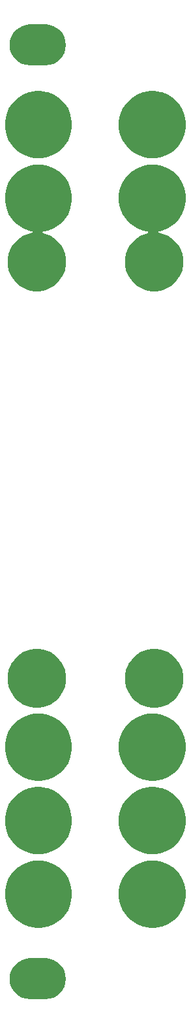
<source format=gbr>
G04 #@! TF.GenerationSoftware,KiCad,Pcbnew,(5.1.5)-2*
G04 #@! TF.CreationDate,2020-03-02T00:09:00+01:00*
G04 #@! TF.ProjectId,Skis - panel,536b6973-202d-4207-9061-6e656c2e6b69,rev?*
G04 #@! TF.SameCoordinates,Original*
G04 #@! TF.FileFunction,Soldermask,Bot*
G04 #@! TF.FilePolarity,Negative*
%FSLAX46Y46*%
G04 Gerber Fmt 4.6, Leading zero omitted, Abs format (unit mm)*
G04 Created by KiCad (PCBNEW (5.1.5)-2) date 2020-03-02 00:09:00*
%MOMM*%
%LPD*%
G04 APERTURE LIST*
%ADD10C,0.100000*%
G04 APERTURE END LIST*
D10*
G36*
X34028584Y-141927937D02*
G01*
X34525894Y-142078794D01*
X34984217Y-142323773D01*
X35385940Y-142653459D01*
X35715626Y-143055182D01*
X35960605Y-143513505D01*
X36111462Y-144010815D01*
X36162400Y-144527999D01*
X36162400Y-144528001D01*
X36111462Y-145045185D01*
X35960605Y-145542495D01*
X35715626Y-146000818D01*
X35385940Y-146402541D01*
X34984217Y-146732227D01*
X34525894Y-146977206D01*
X34028584Y-147128063D01*
X33511400Y-147179001D01*
X31511400Y-147179001D01*
X30994216Y-147128063D01*
X30496906Y-146977206D01*
X30038583Y-146732227D01*
X29636860Y-146402541D01*
X29307174Y-146000818D01*
X29062195Y-145542495D01*
X28911338Y-145045185D01*
X28860400Y-144528001D01*
X28860400Y-144527999D01*
X28911338Y-144010815D01*
X29062195Y-143513505D01*
X29307174Y-143055182D01*
X29636860Y-142653459D01*
X30038583Y-142323773D01*
X30496906Y-142078794D01*
X30994216Y-141927937D01*
X31511400Y-141876999D01*
X33511400Y-141876999D01*
X34028584Y-141927937D01*
G37*
G36*
X47963656Y-129230794D02*
G01*
X48684640Y-129374206D01*
X49476472Y-129702193D01*
X50189101Y-130178357D01*
X50795143Y-130784399D01*
X51271307Y-131497028D01*
X51599294Y-132288860D01*
X51766500Y-133129464D01*
X51766500Y-133986536D01*
X51599294Y-134827140D01*
X51271307Y-135618972D01*
X50795143Y-136331601D01*
X50189101Y-136937643D01*
X49476472Y-137413807D01*
X48684640Y-137741794D01*
X47963656Y-137885206D01*
X47844037Y-137909000D01*
X46986963Y-137909000D01*
X46867344Y-137885206D01*
X46146360Y-137741794D01*
X45354528Y-137413807D01*
X44641899Y-136937643D01*
X44035857Y-136331601D01*
X43559693Y-135618972D01*
X43231706Y-134827140D01*
X43064500Y-133986536D01*
X43064500Y-133129464D01*
X43231706Y-132288860D01*
X43559693Y-131497028D01*
X44035857Y-130784399D01*
X44641899Y-130178357D01*
X45354528Y-129702193D01*
X46146360Y-129374206D01*
X46867344Y-129230794D01*
X46986963Y-129207000D01*
X47844037Y-129207000D01*
X47963656Y-129230794D01*
G37*
G36*
X33155455Y-129230794D02*
G01*
X33876439Y-129374206D01*
X34668271Y-129702193D01*
X35380900Y-130178357D01*
X35986942Y-130784399D01*
X36463106Y-131497028D01*
X36791093Y-132288860D01*
X36958299Y-133129464D01*
X36958299Y-133986536D01*
X36791093Y-134827140D01*
X36463106Y-135618972D01*
X35986942Y-136331601D01*
X35380900Y-136937643D01*
X34668271Y-137413807D01*
X33876439Y-137741794D01*
X33155455Y-137885206D01*
X33035836Y-137909000D01*
X32178762Y-137909000D01*
X32059143Y-137885206D01*
X31338159Y-137741794D01*
X30546327Y-137413807D01*
X29833698Y-136937643D01*
X29227656Y-136331601D01*
X28751492Y-135618972D01*
X28423505Y-134827140D01*
X28256299Y-133986536D01*
X28256299Y-133129464D01*
X28423505Y-132288860D01*
X28751492Y-131497028D01*
X29227656Y-130784399D01*
X29833698Y-130178357D01*
X30546327Y-129702193D01*
X31338159Y-129374206D01*
X32059143Y-129230794D01*
X32178762Y-129207000D01*
X33035836Y-129207000D01*
X33155455Y-129230794D01*
G37*
G36*
X33155455Y-119705794D02*
G01*
X33876439Y-119849206D01*
X34668271Y-120177193D01*
X35380900Y-120653357D01*
X35986942Y-121259399D01*
X36463106Y-121972028D01*
X36791093Y-122763860D01*
X36958299Y-123604464D01*
X36958299Y-124461536D01*
X36791093Y-125302140D01*
X36463106Y-126093972D01*
X35986942Y-126806601D01*
X35380900Y-127412643D01*
X34668271Y-127888807D01*
X33876439Y-128216794D01*
X33155455Y-128360206D01*
X33035836Y-128384000D01*
X32178762Y-128384000D01*
X32059143Y-128360206D01*
X31338159Y-128216794D01*
X30546327Y-127888807D01*
X29833698Y-127412643D01*
X29227656Y-126806601D01*
X28751492Y-126093972D01*
X28423505Y-125302140D01*
X28256299Y-124461536D01*
X28256299Y-123604464D01*
X28423505Y-122763860D01*
X28751492Y-121972028D01*
X29227656Y-121259399D01*
X29833698Y-120653357D01*
X30546327Y-120177193D01*
X31338159Y-119849206D01*
X32059143Y-119705794D01*
X32178762Y-119682000D01*
X33035836Y-119682000D01*
X33155455Y-119705794D01*
G37*
G36*
X47963655Y-119705794D02*
G01*
X48684639Y-119849206D01*
X49476471Y-120177193D01*
X50189100Y-120653357D01*
X50795142Y-121259399D01*
X51271306Y-121972028D01*
X51599293Y-122763860D01*
X51766499Y-123604464D01*
X51766499Y-124461536D01*
X51599293Y-125302140D01*
X51271306Y-126093972D01*
X50795142Y-126806601D01*
X50189100Y-127412643D01*
X49476471Y-127888807D01*
X48684639Y-128216794D01*
X47963655Y-128360206D01*
X47844036Y-128384000D01*
X46986962Y-128384000D01*
X46867343Y-128360206D01*
X46146359Y-128216794D01*
X45354527Y-127888807D01*
X44641898Y-127412643D01*
X44035856Y-126806601D01*
X43559692Y-126093972D01*
X43231705Y-125302140D01*
X43064499Y-124461536D01*
X43064499Y-123604464D01*
X43231705Y-122763860D01*
X43559692Y-121972028D01*
X44035856Y-121259399D01*
X44641898Y-120653357D01*
X45354527Y-120177193D01*
X46146359Y-119849206D01*
X46867343Y-119705794D01*
X46986962Y-119682000D01*
X47844036Y-119682000D01*
X47963655Y-119705794D01*
G37*
G36*
X33155455Y-110180794D02*
G01*
X33876439Y-110324206D01*
X34668271Y-110652193D01*
X35380900Y-111128357D01*
X35986942Y-111734399D01*
X36463106Y-112447028D01*
X36791093Y-113238860D01*
X36958299Y-114079464D01*
X36958299Y-114936536D01*
X36791093Y-115777140D01*
X36463106Y-116568972D01*
X35986942Y-117281601D01*
X35380900Y-117887643D01*
X34668271Y-118363807D01*
X33876439Y-118691794D01*
X33155455Y-118835206D01*
X33035836Y-118859000D01*
X32178762Y-118859000D01*
X32059143Y-118835206D01*
X31338159Y-118691794D01*
X30546327Y-118363807D01*
X29833698Y-117887643D01*
X29227656Y-117281601D01*
X28751492Y-116568972D01*
X28423505Y-115777140D01*
X28256299Y-114936536D01*
X28256299Y-114079464D01*
X28423505Y-113238860D01*
X28751492Y-112447028D01*
X29227656Y-111734399D01*
X29833698Y-111128357D01*
X30546327Y-110652193D01*
X31338159Y-110324206D01*
X32059143Y-110180794D01*
X32178762Y-110157000D01*
X33035836Y-110157000D01*
X33155455Y-110180794D01*
G37*
G36*
X47963656Y-110180794D02*
G01*
X48684640Y-110324206D01*
X49476472Y-110652193D01*
X50189101Y-111128357D01*
X50795143Y-111734399D01*
X51271307Y-112447028D01*
X51599294Y-113238860D01*
X51766500Y-114079464D01*
X51766500Y-114936536D01*
X51599294Y-115777140D01*
X51271307Y-116568972D01*
X50795143Y-117281601D01*
X50189101Y-117887643D01*
X49476472Y-118363807D01*
X48684640Y-118691794D01*
X47963656Y-118835206D01*
X47844037Y-118859000D01*
X46986963Y-118859000D01*
X46867344Y-118835206D01*
X46146360Y-118691794D01*
X45354528Y-118363807D01*
X44641899Y-117887643D01*
X44035857Y-117281601D01*
X43559693Y-116568972D01*
X43231706Y-115777140D01*
X43064500Y-114936536D01*
X43064500Y-114079464D01*
X43231706Y-113238860D01*
X43559693Y-112447028D01*
X44035857Y-111734399D01*
X44641899Y-111128357D01*
X45354528Y-110652193D01*
X46146360Y-110324206D01*
X46867344Y-110180794D01*
X46986963Y-110157000D01*
X47844037Y-110157000D01*
X47963656Y-110180794D01*
G37*
G36*
X33500110Y-101963070D02*
G01*
X34191847Y-102249597D01*
X34191848Y-102249598D01*
X34814396Y-102665571D01*
X35343829Y-103195004D01*
X35621774Y-103610978D01*
X35759803Y-103817553D01*
X36046330Y-104509290D01*
X36192400Y-105243633D01*
X36192400Y-105992367D01*
X36046330Y-106726710D01*
X35759803Y-107418447D01*
X35759802Y-107418448D01*
X35343829Y-108040996D01*
X34814396Y-108570429D01*
X34398422Y-108848374D01*
X34191847Y-108986403D01*
X33500110Y-109272930D01*
X32765767Y-109419000D01*
X32017033Y-109419000D01*
X31282690Y-109272930D01*
X30590953Y-108986403D01*
X30384378Y-108848374D01*
X29968404Y-108570429D01*
X29438971Y-108040996D01*
X29022998Y-107418448D01*
X29022997Y-107418447D01*
X28736470Y-106726710D01*
X28590400Y-105992367D01*
X28590400Y-105243633D01*
X28736470Y-104509290D01*
X29022997Y-103817553D01*
X29161026Y-103610978D01*
X29438971Y-103195004D01*
X29968404Y-102665571D01*
X30590952Y-102249598D01*
X30590953Y-102249597D01*
X31282690Y-101963070D01*
X32017033Y-101817000D01*
X32765767Y-101817000D01*
X33500110Y-101963070D01*
G37*
G36*
X48740110Y-101963070D02*
G01*
X49431847Y-102249597D01*
X49431848Y-102249598D01*
X50054396Y-102665571D01*
X50583829Y-103195004D01*
X50861774Y-103610978D01*
X50999803Y-103817553D01*
X51286330Y-104509290D01*
X51432400Y-105243633D01*
X51432400Y-105992367D01*
X51286330Y-106726710D01*
X50999803Y-107418447D01*
X50999802Y-107418448D01*
X50583829Y-108040996D01*
X50054396Y-108570429D01*
X49638422Y-108848374D01*
X49431847Y-108986403D01*
X48740110Y-109272930D01*
X48005767Y-109419000D01*
X47257033Y-109419000D01*
X46522690Y-109272930D01*
X45830953Y-108986403D01*
X45624378Y-108848374D01*
X45208404Y-108570429D01*
X44678971Y-108040996D01*
X44262998Y-107418448D01*
X44262997Y-107418447D01*
X43976470Y-106726710D01*
X43830400Y-105992367D01*
X43830400Y-105243633D01*
X43976470Y-104509290D01*
X44262997Y-103817553D01*
X44401026Y-103610978D01*
X44678971Y-103195004D01*
X45208404Y-102665571D01*
X45830952Y-102249598D01*
X45830953Y-102249597D01*
X46522690Y-101963070D01*
X47257033Y-101817000D01*
X48005767Y-101817000D01*
X48740110Y-101963070D01*
G37*
G36*
X33155455Y-39060794D02*
G01*
X33876439Y-39204206D01*
X34668271Y-39532193D01*
X35380900Y-40008357D01*
X35986942Y-40614399D01*
X36463106Y-41327028D01*
X36791093Y-42118860D01*
X36958299Y-42959464D01*
X36958299Y-43816536D01*
X36791093Y-44657140D01*
X36463106Y-45448972D01*
X35986942Y-46161601D01*
X35380900Y-46767643D01*
X34668271Y-47243807D01*
X33876439Y-47571794D01*
X33258227Y-47694764D01*
X33234780Y-47701876D01*
X33213169Y-47713427D01*
X33194227Y-47728972D01*
X33178682Y-47747914D01*
X33167131Y-47769525D01*
X33160018Y-47792974D01*
X33157616Y-47817360D01*
X33160018Y-47841746D01*
X33167131Y-47865195D01*
X33178682Y-47886806D01*
X33194227Y-47905748D01*
X33213169Y-47921293D01*
X33234780Y-47932844D01*
X33258229Y-47939957D01*
X33500110Y-47988070D01*
X34191847Y-48274597D01*
X34191848Y-48274598D01*
X34814396Y-48690571D01*
X35343829Y-49220004D01*
X35621774Y-49635978D01*
X35759803Y-49842553D01*
X36046330Y-50534290D01*
X36192400Y-51268633D01*
X36192400Y-52017367D01*
X36046330Y-52751710D01*
X35759803Y-53443447D01*
X35759802Y-53443448D01*
X35343829Y-54065996D01*
X34814396Y-54595429D01*
X34398422Y-54873374D01*
X34191847Y-55011403D01*
X33500110Y-55297930D01*
X32765767Y-55444000D01*
X32017033Y-55444000D01*
X31282690Y-55297930D01*
X30590953Y-55011403D01*
X30384378Y-54873374D01*
X29968404Y-54595429D01*
X29438971Y-54065996D01*
X29022998Y-53443448D01*
X29022997Y-53443447D01*
X28736470Y-52751710D01*
X28590400Y-52017367D01*
X28590400Y-51268633D01*
X28736470Y-50534290D01*
X29022997Y-49842553D01*
X29161026Y-49635978D01*
X29438971Y-49220004D01*
X29968404Y-48690571D01*
X30590952Y-48274598D01*
X30590953Y-48274597D01*
X31282690Y-47988070D01*
X31740470Y-47897012D01*
X31763919Y-47889899D01*
X31785530Y-47878348D01*
X31804472Y-47862803D01*
X31820017Y-47843861D01*
X31831568Y-47822250D01*
X31838681Y-47798801D01*
X31841083Y-47774415D01*
X31838681Y-47750029D01*
X31831568Y-47726580D01*
X31820017Y-47704969D01*
X31804472Y-47686027D01*
X31785530Y-47670482D01*
X31763919Y-47658931D01*
X31740474Y-47651819D01*
X31338159Y-47571794D01*
X30546327Y-47243807D01*
X29833698Y-46767643D01*
X29227656Y-46161601D01*
X28751492Y-45448972D01*
X28423505Y-44657140D01*
X28256299Y-43816536D01*
X28256299Y-42959464D01*
X28423505Y-42118860D01*
X28751492Y-41327028D01*
X29227656Y-40614399D01*
X29833698Y-40008357D01*
X30546327Y-39532193D01*
X31338159Y-39204206D01*
X32059143Y-39060794D01*
X32178762Y-39037000D01*
X33035836Y-39037000D01*
X33155455Y-39060794D01*
G37*
G36*
X47963656Y-39060794D02*
G01*
X48684640Y-39204206D01*
X49476472Y-39532193D01*
X50189101Y-40008357D01*
X50795143Y-40614399D01*
X51271307Y-41327028D01*
X51599294Y-42118860D01*
X51766500Y-42959464D01*
X51766500Y-43816536D01*
X51599294Y-44657140D01*
X51271307Y-45448972D01*
X50795143Y-46161601D01*
X50189101Y-46767643D01*
X49476472Y-47243807D01*
X48684640Y-47571794D01*
X48282325Y-47651819D01*
X48258880Y-47658931D01*
X48237269Y-47670482D01*
X48218327Y-47686027D01*
X48202782Y-47704969D01*
X48191231Y-47726580D01*
X48184118Y-47750029D01*
X48181716Y-47774415D01*
X48184118Y-47798801D01*
X48191231Y-47822250D01*
X48202782Y-47843861D01*
X48218327Y-47862803D01*
X48237269Y-47878348D01*
X48258880Y-47889899D01*
X48282329Y-47897012D01*
X48740110Y-47988070D01*
X49431847Y-48274597D01*
X49431848Y-48274598D01*
X50054396Y-48690571D01*
X50583829Y-49220004D01*
X50861774Y-49635978D01*
X50999803Y-49842553D01*
X51286330Y-50534290D01*
X51432400Y-51268633D01*
X51432400Y-52017367D01*
X51286330Y-52751710D01*
X50999803Y-53443447D01*
X50999802Y-53443448D01*
X50583829Y-54065996D01*
X50054396Y-54595429D01*
X49638422Y-54873374D01*
X49431847Y-55011403D01*
X48740110Y-55297930D01*
X48005767Y-55444000D01*
X47257033Y-55444000D01*
X46522690Y-55297930D01*
X45830953Y-55011403D01*
X45624378Y-54873374D01*
X45208404Y-54595429D01*
X44678971Y-54065996D01*
X44262998Y-53443448D01*
X44262997Y-53443447D01*
X43976470Y-52751710D01*
X43830400Y-52017367D01*
X43830400Y-51268633D01*
X43976470Y-50534290D01*
X44262997Y-49842553D01*
X44401026Y-49635978D01*
X44678971Y-49220004D01*
X45208404Y-48690571D01*
X45830952Y-48274598D01*
X45830953Y-48274597D01*
X46522690Y-47988070D01*
X46764570Y-47939957D01*
X46788019Y-47932844D01*
X46809630Y-47921293D01*
X46828572Y-47905748D01*
X46844117Y-47886806D01*
X46855668Y-47865195D01*
X46862781Y-47841746D01*
X46865183Y-47817360D01*
X46862781Y-47792974D01*
X46855668Y-47769525D01*
X46844117Y-47747914D01*
X46828572Y-47728972D01*
X46809630Y-47713427D01*
X46788019Y-47701876D01*
X46764572Y-47694764D01*
X46146360Y-47571794D01*
X45354528Y-47243807D01*
X44641899Y-46767643D01*
X44035857Y-46161601D01*
X43559693Y-45448972D01*
X43231706Y-44657140D01*
X43064500Y-43816536D01*
X43064500Y-42959464D01*
X43231706Y-42118860D01*
X43559693Y-41327028D01*
X44035857Y-40614399D01*
X44641899Y-40008357D01*
X45354528Y-39532193D01*
X46146360Y-39204206D01*
X46867344Y-39060794D01*
X46986963Y-39037000D01*
X47844037Y-39037000D01*
X47963656Y-39060794D01*
G37*
G36*
X47963656Y-29535794D02*
G01*
X48684640Y-29679206D01*
X49476472Y-30007193D01*
X50189101Y-30483357D01*
X50795143Y-31089399D01*
X51271307Y-31802028D01*
X51599294Y-32593860D01*
X51766500Y-33434464D01*
X51766500Y-34291536D01*
X51599294Y-35132140D01*
X51271307Y-35923972D01*
X50795143Y-36636601D01*
X50189101Y-37242643D01*
X49476472Y-37718807D01*
X48684640Y-38046794D01*
X47963656Y-38190206D01*
X47844037Y-38214000D01*
X46986963Y-38214000D01*
X46867344Y-38190206D01*
X46146360Y-38046794D01*
X45354528Y-37718807D01*
X44641899Y-37242643D01*
X44035857Y-36636601D01*
X43559693Y-35923972D01*
X43231706Y-35132140D01*
X43064500Y-34291536D01*
X43064500Y-33434464D01*
X43231706Y-32593860D01*
X43559693Y-31802028D01*
X44035857Y-31089399D01*
X44641899Y-30483357D01*
X45354528Y-30007193D01*
X46146360Y-29679206D01*
X46867344Y-29535794D01*
X46986963Y-29512000D01*
X47844037Y-29512000D01*
X47963656Y-29535794D01*
G37*
G36*
X33155455Y-29535794D02*
G01*
X33876439Y-29679206D01*
X34668271Y-30007193D01*
X35380900Y-30483357D01*
X35986942Y-31089399D01*
X36463106Y-31802028D01*
X36791093Y-32593860D01*
X36958299Y-33434464D01*
X36958299Y-34291536D01*
X36791093Y-35132140D01*
X36463106Y-35923972D01*
X35986942Y-36636601D01*
X35380900Y-37242643D01*
X34668271Y-37718807D01*
X33876439Y-38046794D01*
X33155455Y-38190206D01*
X33035836Y-38214000D01*
X32178762Y-38214000D01*
X32059143Y-38190206D01*
X31338159Y-38046794D01*
X30546327Y-37718807D01*
X29833698Y-37242643D01*
X29227656Y-36636601D01*
X28751492Y-35923972D01*
X28423505Y-35132140D01*
X28256299Y-34291536D01*
X28256299Y-33434464D01*
X28423505Y-32593860D01*
X28751492Y-31802028D01*
X29227656Y-31089399D01*
X29833698Y-30483357D01*
X30546327Y-30007193D01*
X31338159Y-29679206D01*
X32059143Y-29535794D01*
X32178762Y-29512000D01*
X33035836Y-29512000D01*
X33155455Y-29535794D01*
G37*
G36*
X34028584Y-20927937D02*
G01*
X34525894Y-21078794D01*
X34984217Y-21323773D01*
X35385940Y-21653459D01*
X35715626Y-22055182D01*
X35960605Y-22513505D01*
X36111462Y-23010815D01*
X36162400Y-23527999D01*
X36162400Y-23528001D01*
X36111462Y-24045185D01*
X35960605Y-24542495D01*
X35715626Y-25000818D01*
X35385940Y-25402541D01*
X34984217Y-25732227D01*
X34525894Y-25977206D01*
X34028584Y-26128063D01*
X33511400Y-26179001D01*
X31511400Y-26179001D01*
X30994216Y-26128063D01*
X30496906Y-25977206D01*
X30038583Y-25732227D01*
X29636860Y-25402541D01*
X29307174Y-25000818D01*
X29062195Y-24542495D01*
X28911338Y-24045185D01*
X28860400Y-23528001D01*
X28860400Y-23527999D01*
X28911338Y-23010815D01*
X29062195Y-22513505D01*
X29307174Y-22055182D01*
X29636860Y-21653459D01*
X30038583Y-21323773D01*
X30496906Y-21078794D01*
X30994216Y-20927937D01*
X31511400Y-20876999D01*
X33511400Y-20876999D01*
X34028584Y-20927937D01*
G37*
M02*

</source>
